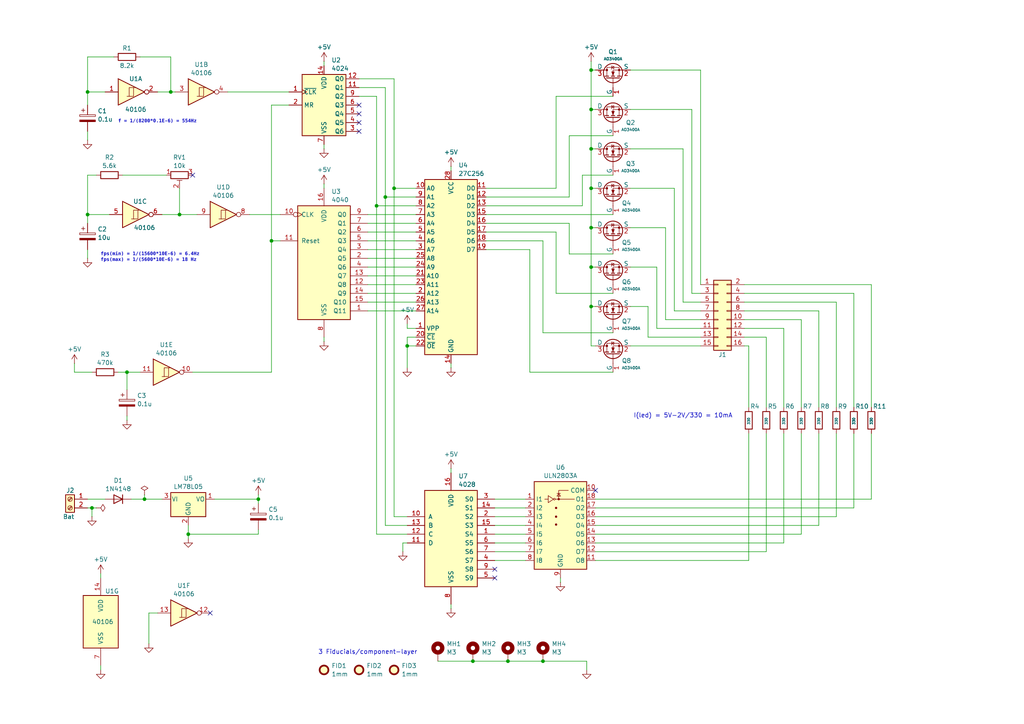
<source format=kicad_sch>
(kicad_sch (version 20250114) (generator "eeschema") (generator_version "9.0")
  (paper "A4")
  (title_block (title "Retro Imponator - Omega") (date "2026-02-27") (rev "1.0-pre") (company "Erik Brenn, 2026"))
  (lib_symbols
    (symbol "4xxx:40106" (pin_names (offset 1.016))
      (property "Reference" "U" (at 0 1.27 0))
      (property "Value" "40106" (at 0 -1.27 0))
      (symbol "40106_1_0"
        (pin input line (at -7.62 0 0) (length 3.81) (name "~") (number "1"))
        (pin output inverted (at 7.62 0 180) (length 3.81) (name "~") (number "2"))
      )
      (symbol "40106_2_0"
        (pin input line (at -7.62 0 0) (length 3.81) (name "~") (number "3"))
        (pin output inverted (at 7.62 0 180) (length 3.81) (name "~") (number "4"))
      )
      (symbol "40106_3_0"
        (pin input line (at -7.62 0 0) (length 3.81) (name "~") (number "5"))
        (pin output inverted (at 7.62 0 180) (length 3.81) (name "~") (number "6"))
      )
      (symbol "40106_4_0"
        (pin input line (at -7.62 0 0) (length 3.81) (name "~") (number "9"))
        (pin output inverted (at 7.62 0 180) (length 3.81) (name "~") (number "8"))
      )
      (symbol "40106_5_0"
        (pin input line (at -7.62 0 0) (length 3.81) (name "~") (number "11"))
        (pin output inverted (at 7.62 0 180) (length 3.81) (name "~") (number "10"))
      )
      (symbol "40106_6_0"
        (pin input line (at -7.62 0 0) (length 3.81) (name "~") (number "13"))
        (pin output inverted (at 7.62 0 180) (length 3.81) (name "~") (number "12"))
      )
      (symbol "40106_7_0"
        (pin power_in line (at 0 12.7 270) (length 5.08) (name "VDD") (number "14"))
        (pin power_in line (at 0 -12.7 90) (length 5.08) (name "VSS") (number "7"))
      )
    )
    (symbol "4xxx:4028" (pin_names (offset 1.016))
      (property "Reference" "U" (at -7.62 13.97 0))
      (property "Value" "4028" (at -7.62 -16.51 0))
      (symbol "4028_1_0"
        (pin input line (at -12.7 5.08 0) (length 5.08) (name "A") (number "10"))
        (pin input line (at -12.7 2.54 0) (length 5.08) (name "B") (number "13"))
        (pin input line (at -12.7 0 0) (length 5.08) (name "C") (number "12"))
        (pin input line (at -12.7 -2.54 0) (length 5.08) (name "D") (number "11"))
        (pin power_in line (at 0 17.78 270) (length 5.08) (name "VDD") (number "16"))
        (pin power_in line (at 0 -20.32 90) (length 5.08) (name "VSS") (number "8"))
        (pin output line (at 12.7 10.16 180) (length 5.08) (name "S0") (number "3"))
        (pin output line (at 12.7 7.62 180) (length 5.08) (name "S1") (number "14"))
        (pin output line (at 12.7 5.08 180) (length 5.08) (name "S2") (number "2"))
        (pin output line (at 12.7 2.54 180) (length 5.08) (name "S3") (number "15"))
        (pin output line (at 12.7 0 180) (length 5.08) (name "S4") (number "1"))
        (pin output line (at 12.7 -2.54 180) (length 5.08) (name "S5") (number "6"))
        (pin output line (at 12.7 -5.08 180) (length 5.08) (name "S6") (number "7"))
        (pin output line (at 12.7 -7.62 180) (length 5.08) (name "S7") (number "4"))
        (pin output line (at 12.7 -10.16 180) (length 5.08) (name "S8") (number "9"))
        (pin output line (at 12.7 -12.7 180) (length 5.08) (name "S9") (number "5"))
      )
    )
    (symbol "4xxx:4040" (pin_names (offset 1.016))
      (property "Reference" "U" (at -7.62 16.51 0))
      (property "Value" "4040" (at -7.62 -19.05 0))
      (symbol "4040_1_0"
        (pin input inverted_clock (at -12.7 12.7 0) (length 5.08) (name "CLK") (number "10"))
        (pin input line (at -12.7 5.08 0) (length 5.08) (name "Reset") (number "11"))
        (pin power_in line (at 0 20.32 270) (length 5.08) (name "VDD") (number "16"))
        (pin power_in line (at 0 -22.86 90) (length 5.08) (name "VSS") (number "8"))
        (pin output line (at 12.7 12.7 180) (length 5.08) (name "Q0") (number "9"))
        (pin output line (at 12.7 10.16 180) (length 5.08) (name "Q1") (number "7"))
        (pin output line (at 12.7 7.62 180) (length 5.08) (name "Q2") (number "6"))
        (pin output line (at 12.7 5.08 180) (length 5.08) (name "Q3") (number "5"))
        (pin output line (at 12.7 2.54 180) (length 5.08) (name "Q4") (number "3"))
        (pin output line (at 12.7 0 180) (length 5.08) (name "Q5") (number "2"))
        (pin output line (at 12.7 -2.54 180) (length 5.08) (name "Q6") (number "4"))
        (pin output line (at 12.7 -5.08 180) (length 5.08) (name "Q7") (number "13"))
        (pin output line (at 12.7 -7.62 180) (length 5.08) (name "Q8") (number "12"))
        (pin output line (at 12.7 -10.16 180) (length 5.08) (name "Q9") (number "14"))
        (pin output line (at 12.7 -12.7 180) (length 5.08) (name "Q10") (number "15"))
        (pin output line (at 12.7 -15.24 180) (length 5.08) (name "Q11") (number "1"))
      )
    )
    (symbol "4xxx_IEEE:4024"
      (property "Reference" "U" (at 5.08 11.43 0))
      (property "Value" "4024" (at 10.16 -10.16 0))
      (symbol "4024_0_0"
        (pin power_in line (at 0 12.7 270) (length 2.54) (name "VDD") (number "14"))
        (pin power_in line (at 0 -10.16 90) (length 2.54) (name "VSS") (number "7"))
      )
      (symbol "4024_1_1"
        (pin input clock (at -10.16 5.08 0) (length 3.81) (name "~{CLK}") (number "1"))
        (pin input line (at -10.16 1.27 0) (length 3.81) (name "MR") (number "2"))
        (pin output line (at 10.16 8.89 180) (length 3.81) (name "Q0") (number "12"))
        (pin output line (at 10.16 6.35 180) (length 3.81) (name "Q1") (number "11"))
        (pin output line (at 10.16 3.81 180) (length 3.81) (name "Q2") (number "9"))
        (pin output line (at 10.16 1.27 180) (length 3.81) (name "Q3") (number "6"))
        (pin output line (at 10.16 -1.27 180) (length 3.81) (name "Q4") (number "5"))
        (pin output line (at 10.16 -3.81 180) (length 3.81) (name "Q5") (number "4"))
        (pin output line (at 10.16 -6.35 180) (length 3.81) (name "Q6") (number "3"))
      )
    )
    (symbol "Connector:Screw_Terminal_01x02" (pin_names (offset 1.016) (hide yes))
      (property "Reference" "J" (at 0 2.54 0))
      (property "Value" "Screw_Terminal_01x02" (at 0 -5.08 0))
      (symbol "Screw_Terminal_01x02_1_1"
        (pin passive line (at -5.08 0 0) (length 3.81) (name "Pin_1") (number "1"))
        (pin passive line (at -5.08 -2.54 0) (length 3.81) (name "Pin_2") (number "2"))
      )
    )
    (symbol "Connector_Generic:Conn_02x08_Odd_Even" (pin_names (offset 1.016) (hide yes))
      (property "Reference" "J" (at 1.27 10.16 0))
      (property "Value" "Conn_02x08_Odd_Even" (at 1.27 -12.7 0))
      (symbol "Conn_02x08_Odd_Even_1_1"
        (pin passive line (at -5.08 7.62 0) (length 3.81) (name "Pin_1") (number "1"))
        (pin passive line (at -5.08 5.08 0) (length 3.81) (name "Pin_3") (number "3"))
        (pin passive line (at -5.08 2.54 0) (length 3.81) (name "Pin_5") (number "5"))
        (pin passive line (at -5.08 0 0) (length 3.81) (name "Pin_7") (number "7"))
        (pin passive line (at -5.08 -2.54 0) (length 3.81) (name "Pin_9") (number "9"))
        (pin passive line (at -5.08 -5.08 0) (length 3.81) (name "Pin_11") (number "11"))
        (pin passive line (at -5.08 -7.62 0) (length 3.81) (name "Pin_13") (number "13"))
        (pin passive line (at -5.08 -10.16 0) (length 3.81) (name "Pin_15") (number "15"))
        (pin passive line (at 7.62 7.62 180) (length 3.81) (name "Pin_2") (number "2"))
        (pin passive line (at 7.62 5.08 180) (length 3.81) (name "Pin_4") (number "4"))
        (pin passive line (at 7.62 2.54 180) (length 3.81) (name "Pin_6") (number "6"))
        (pin passive line (at 7.62 0 180) (length 3.81) (name "Pin_8") (number "8"))
        (pin passive line (at 7.62 -2.54 180) (length 3.81) (name "Pin_10") (number "10"))
        (pin passive line (at 7.62 -5.08 180) (length 3.81) (name "Pin_12") (number "12"))
        (pin passive line (at 7.62 -7.62 180) (length 3.81) (name "Pin_14") (number "14"))
        (pin passive line (at 7.62 -10.16 180) (length 3.81) (name "Pin_16") (number "16"))
      )
    )
    (symbol "Device:C_Polarized" (pin_numbers (hide yes)) (pin_names (offset 0.254))
      (property "Reference" "C" (at 0.635 2.54 0))
      (property "Value" "C_Polarized" (at 0.635 -2.54 0))
      (symbol "C_Polarized_1_1"
        (pin passive line (at 0 3.81 270) (length 2.794) (name "~") (number "1"))
        (pin passive line (at 0 -3.81 90) (length 2.794) (name "~") (number "2"))
      )
    )
    (symbol "Device:R" (pin_numbers (hide yes)) (pin_names (offset 0))
      (property "Reference" "R" (at 2.032 0 90))
      (property "Value" "R" (at 0 0 90))
      (symbol "R_1_1"
        (pin passive line (at 0 3.81 270) (length 1.27) (name "~") (number "1"))
        (pin passive line (at 0 -3.81 90) (length 1.27) (name "~") (number "2"))
      )
    )
    (symbol "Device:R_Potentiometer_Trim" (pin_names (offset 1.016) (hide yes))
      (property "Reference" "RV" (at -4.445 0 90))
      (property "Value" "R_Potentiometer_Trim" (at -2.54 0 90))
      (symbol "R_Potentiometer_Trim_1_1"
        (pin passive line (at 0 3.81 270) (length 1.27) (name "1") (number "1"))
        (pin passive line (at 0 -3.81 90) (length 1.27) (name "3") (number "3"))
        (pin passive line (at 3.81 0 180) (length 1.27) (name "2") (number "2"))
      )
    )
    (symbol "Diode:1N4148" (pin_numbers (hide yes)) (pin_names (hide yes))
      (property "Reference" "D" (at 0 2.54 0))
      (property "Value" "1N4148" (at 0 -2.54 0))
      (symbol "1N4148_1_1"
        (pin passive line (at -3.81 0 0) (length 2.54) (name "K") (number "1"))
        (pin passive line (at 3.81 0 180) (length 2.54) (name "A") (number "2"))
      )
    )
    (symbol "Mechanical:Fiducial" (in_bom no)
      (property "Reference" "FID" (at 0 5.08 0))
      (property "Value" "Fiducial" (at 0 3.175 0))
    )
    (symbol "Mechanical:MountingHole_Pad" (pin_numbers (hide yes)) (pin_names (offset 1.016) (hide yes)) (in_bom no)
      (property "Reference" "H" (at 0 6.35 0))
      (property "Value" "MountingHole_Pad" (at 0 4.445 0))
      (symbol "MountingHole_Pad_1_1"
        (pin input line (at 0 -2.54 90) (length 2.54) (name "1") (number "1"))
      )
    )
    (symbol "Memory_EPROM:27C256"
      (property "Reference" "U" (at -7.62 26.67 0))
      (property "Value" "27C256" (at 2.54 -26.67 0))
      (symbol "27C256_1_1"
        (pin input line (at -10.16 22.86 0) (length 2.54) (name "A0") (number "10"))
        (pin input line (at -10.16 20.32 0) (length 2.54) (name "A1") (number "9"))
        (pin input line (at -10.16 17.78 0) (length 2.54) (name "A2") (number "8"))
        (pin input line (at -10.16 15.24 0) (length 2.54) (name "A3") (number "7"))
        (pin input line (at -10.16 12.7 0) (length 2.54) (name "A4") (number "6"))
        (pin input line (at -10.16 10.16 0) (length 2.54) (name "A5") (number "5"))
        (pin input line (at -10.16 7.62 0) (length 2.54) (name "A6") (number "4"))
        (pin input line (at -10.16 5.08 0) (length 2.54) (name "A7") (number "3"))
        (pin input line (at -10.16 2.54 0) (length 2.54) (name "A8") (number "25"))
        (pin input line (at -10.16 0 0) (length 2.54) (name "A9") (number "24"))
        (pin input line (at -10.16 -2.54 0) (length 2.54) (name "A10") (number "21"))
        (pin input line (at -10.16 -5.08 0) (length 2.54) (name "A11") (number "23"))
        (pin input line (at -10.16 -7.62 0) (length 2.54) (name "A12") (number "2"))
        (pin input line (at -10.16 -10.16 0) (length 2.54) (name "A13") (number "26"))
        (pin input line (at -10.16 -12.7 0) (length 2.54) (name "A14") (number "27"))
        (pin input line (at -10.16 -17.78 0) (length 2.54) (name "VPP") (number "1"))
        (pin input line (at -10.16 -20.32 0) (length 2.54) (name "~{CE}") (number "20"))
        (pin input line (at -10.16 -22.86 0) (length 2.54) (name "~{OE}") (number "22"))
        (pin power_in line (at 0 27.94 270) (length 2.54) (name "VCC") (number "28"))
        (pin power_in line (at 0 -27.94 90) (length 2.54) (name "GND") (number "14"))
        (pin tri_state line (at 10.16 22.86 180) (length 2.54) (name "D0") (number "11"))
        (pin tri_state line (at 10.16 20.32 180) (length 2.54) (name "D1") (number "12"))
        (pin tri_state line (at 10.16 17.78 180) (length 2.54) (name "D2") (number "13"))
        (pin tri_state line (at 10.16 15.24 180) (length 2.54) (name "D3") (number "15"))
        (pin tri_state line (at 10.16 12.7 180) (length 2.54) (name "D4") (number "16"))
        (pin tri_state line (at 10.16 10.16 180) (length 2.54) (name "D5") (number "17"))
        (pin tri_state line (at 10.16 7.62 180) (length 2.54) (name "D6") (number "18"))
        (pin tri_state line (at 10.16 5.08 180) (length 2.54) (name "D7") (number "19"))
      )
    )
    (symbol "PCM_JLCPCB-Transistors:NMOS,AO3400A" (pin_names (offset 0))
      (property "Reference" "Q" (at 4.8514 0.834 0))
      (property "Value" "AO3400A" (at 4.8514 -1.2122 0))
      (symbol "NMOS,AO3400A_1_1"
        (pin input line (at -5.08 0 0) (length 2.54) (name "G") (number "1"))
        (pin passive line (at 2.54 5.08 270) (length 2.54) (name "D") (number "3"))
        (pin passive line (at 2.54 -5.08 90) (length 2.54) (name "S") (number "2"))
      )
    )
    (symbol "Regulator_Linear:LM78L05_TO92" (pin_names (offset 0.254))
      (property "Reference" "U" (at -3.81 3.175 0))
      (property "Value" "LM78L05_TO92" (at 0 3.175 0))
      (symbol "LM78L05_TO92_1_1"
        (pin power_in line (at -7.62 0 0) (length 2.54) (name "VI") (number "3"))
        (pin power_in line (at 0 -7.62 90) (length 2.54) (name "GND") (number "2"))
        (pin power_out line (at 7.62 0 180) (length 2.54) (name "VO") (number "1"))
      )
    )
    (symbol "Transistor_Array:ULN2803A"
      (property "Reference" "U" (at 0 13.335 0))
      (property "Value" "ULN2803A" (at 0 11.43 0))
      (symbol "ULN2803A_1_1"
        (pin input line (at -10.16 5.08 0) (length 2.54) (name "I1") (number "1"))
        (pin input line (at -10.16 2.54 0) (length 2.54) (name "I2") (number "2"))
        (pin input line (at -10.16 0 0) (length 2.54) (name "I3") (number "3"))
        (pin input line (at -10.16 -2.54 0) (length 2.54) (name "I4") (number "4"))
        (pin input line (at -10.16 -5.08 0) (length 2.54) (name "I5") (number "5"))
        (pin input line (at -10.16 -7.62 0) (length 2.54) (name "I6") (number "6"))
        (pin input line (at -10.16 -10.16 0) (length 2.54) (name "I7") (number "7"))
        (pin input line (at -10.16 -12.7 0) (length 2.54) (name "I8") (number "8"))
        (pin power_in line (at 0 -17.78 90) (length 2.54) (name "GND") (number "9"))
        (pin passive line (at 10.16 7.62 180) (length 2.54) (name "COM") (number "10"))
        (pin open_collector line (at 10.16 5.08 180) (length 2.54) (name "O1") (number "18"))
        (pin open_collector line (at 10.16 2.54 180) (length 2.54) (name "O2") (number "17"))
        (pin open_collector line (at 10.16 0 180) (length 2.54) (name "O3") (number "16"))
        (pin open_collector line (at 10.16 -2.54 180) (length 2.54) (name "O4") (number "15"))
        (pin open_collector line (at 10.16 -5.08 180) (length 2.54) (name "O5") (number "14"))
        (pin open_collector line (at 10.16 -7.62 180) (length 2.54) (name "O6") (number "13"))
        (pin open_collector line (at 10.16 -10.16 180) (length 2.54) (name "O7") (number "12"))
        (pin open_collector line (at 10.16 -12.7 180) (length 2.54) (name "O8") (number "11"))
      )
    )
    (symbol "power:+5V" (power) (pin_numbers (hide yes)) (pin_names (offset 0) (hide yes))
      (property "Value" "+5V" (at 0 3.556 0))
      (symbol "+5V_1_1"
        (pin power_in line (at 0 0 90) (length 0) (name "~") (number "1"))
      )
    )
    (symbol "power:GND" (power) (pin_numbers (hide yes)) (pin_names (offset 0) (hide yes))
      (property "Value" "GND" (at 0 -3.81 0))
      (symbol "GND_1_1"
        (pin power_in line (at 0 0 270) (length 0) (name "~") (number "1"))
      )
    )
    (symbol "power:PWR_FLAG" (power) (pin_numbers (hide yes)) (pin_names (offset 0) (hide yes))
      (property "Value" "PWR_FLAG" (at 0 3.81 0))
      (symbol "PWR_FLAG_0_0"
        (pin power_out line (at 0 0 90) (length 0) (name "~") (number "1"))
      )
    )
  )
  (text "fps(min) = 1/(15600*10E-6) = 6.4Hz\nfps(max) = 1/(5600*10E-6) = 18 Hz\n" (at 29.21 74.93 0) (effects (font (size 1 1) (bold yes)) (justify left)))
  (text "I(led) = 5V-2V/330 = 10mA" (at 198.12 120.65 0) (effects (font (size 1.27 1.27))))
  (text "3 Fiducials/component-layer" (at 106.68 189.23 0) (effects (font (size 1.27 1.27))))
  (text "f = 1/(8200*0.1E-6) = 554Hz" (at 34.29 35.56 0) (effects (font (size 1 1) (bold yes)) (justify left)))
  (junction (at 114.3 54.61))
  (junction (at 36.83 107.95))
  (junction (at 111.76 57.15))
  (junction (at 74.93 144.78))
  (junction (at 147.32 191.77))
  (junction (at 25.4 62.23))
  (junction (at 41.91 144.78))
  (junction (at 171.45 31.75))
  (junction (at 54.61 154.94))
  (junction (at 118.11 100.33))
  (junction (at 109.22 59.69))
  (junction (at 171.45 88.9))
  (junction (at 171.45 54.61))
  (junction (at 171.45 43.18))
  (junction (at 25.4 26.67))
  (junction (at 52.07 62.23))
  (junction (at 137.16 191.77))
  (junction (at 49.53 26.67))
  (junction (at 171.45 66.04))
  (junction (at 157.48 191.77))
  (junction (at 26.67 147.32))
  (junction (at 171.45 77.47))
  (junction (at 171.45 20.32))
  (junction (at 78.74 69.85))
  (no_connect (at 143.51 165.1))
  (no_connect (at 104.14 30.48))
  (no_connect (at 143.51 167.64))
  (no_connect (at 172.72 142.24))
  (no_connect (at 104.14 33.02))
  (no_connect (at 104.14 38.1))
  (no_connect (at 55.88 50.8))
  (no_connect (at 104.14 35.56))
  (no_connect (at 60.96 177.8))
  (wire (pts (xy 111.76 57.15) (xy 120.65 57.15)))
  (wire (pts (xy 171.45 77.47) (xy 172.72 77.47)))
  (wire (pts (xy 200.66 31.75) (xy 200.66 85.09)))
  (wire (pts (xy 54.61 154.94) (xy 74.93 154.94)))
  (wire (pts (xy 114.3 54.61) (xy 120.65 54.61)))
  (wire (pts (xy 143.51 157.48) (xy 152.4 157.48)))
  (wire (pts (xy 130.81 135.89) (xy 130.81 137.16)))
  (wire (pts (xy 106.68 72.39) (xy 120.65 72.39)))
  (wire (pts (xy 171.45 100.33) (xy 172.72 100.33)))
  (wire (pts (xy 143.51 144.78) (xy 152.4 144.78)))
  (wire (pts (xy 66.04 26.67) (xy 83.82 26.67)))
  (wire (pts (xy 118.11 100.33) (xy 118.11 106.68)))
  (wire (pts (xy 36.83 120.65) (xy 36.83 121.92)))
  (wire (pts (xy 130.81 48.26) (xy 130.81 49.53)))
  (wire (pts (xy 157.48 191.77) (xy 170.18 191.77)))
  (wire (pts (xy 237.49 125.73) (xy 237.49 152.4)))
  (wire (pts (xy 49.53 26.67) (xy 50.8 26.67)))
  (wire (pts (xy 41.91 143.51) (xy 41.91 144.78)))
  (wire (pts (xy 182.88 20.32) (xy 203.2 20.32)))
  (wire (pts (xy 93.98 53.34) (xy 93.98 54.61)))
  (wire (pts (xy 215.9 87.63) (xy 242.57 87.63)))
  (wire (pts (xy 182.88 100.33) (xy 203.2 100.33)))
  (wire (pts (xy 143.51 162.56) (xy 152.4 162.56)))
  (wire (pts (xy 171.45 20.32) (xy 172.72 20.32)))
  (wire (pts (xy 182.88 54.61) (xy 195.58 54.61)))
  (wire (pts (xy 198.12 43.18) (xy 198.12 87.63)))
  (wire (pts (xy 252.73 125.73) (xy 252.73 144.78)))
  (wire (pts (xy 118.11 97.79) (xy 118.11 100.33)))
  (wire (pts (xy 217.17 100.33) (xy 217.17 118.11)))
  (wire (pts (xy 187.96 88.9) (xy 187.96 97.79)))
  (wire (pts (xy 130.81 175.26) (xy 130.81 176.53)))
  (wire (pts (xy 46.99 62.23) (xy 52.07 62.23)))
  (wire (pts (xy 215.9 95.25) (xy 227.33 95.25)))
  (wire (pts (xy 195.58 54.61) (xy 195.58 90.17)))
  (wire (pts (xy 190.5 95.25) (xy 203.2 95.25)))
  (wire (pts (xy 109.22 59.69) (xy 109.22 154.94)))
  (wire (pts (xy 109.22 27.94) (xy 109.22 59.69)))
  (wire (pts (xy 74.93 153.67) (xy 74.93 154.94)))
  (wire (pts (xy 74.93 143.51) (xy 74.93 144.78)))
  (wire (pts (xy 106.68 64.77) (xy 120.65 64.77)))
  (wire (pts (xy 93.98 41.91) (xy 93.98 43.18)))
  (wire (pts (xy 147.32 191.77) (xy 157.48 191.77)))
  (wire (pts (xy 247.65 125.73) (xy 247.65 147.32)))
  (wire (pts (xy 215.9 97.79) (xy 222.25 97.79)))
  (wire (pts (xy 157.48 69.85) (xy 140.97 69.85)))
  (wire (pts (xy 171.45 43.18) (xy 171.45 54.61)))
  (wire (pts (xy 137.16 191.77) (xy 147.32 191.77)))
  (wire (pts (xy 182.88 31.75) (xy 200.66 31.75)))
  (wire (pts (xy 143.51 149.86) (xy 152.4 149.86)))
  (wire (pts (xy 26.67 147.32) (xy 27.94 147.32)))
  (wire (pts (xy 143.51 160.02) (xy 152.4 160.02)))
  (wire (pts (xy 182.88 43.18) (xy 198.12 43.18)))
  (wire (pts (xy 222.25 125.73) (xy 222.25 160.02)))
  (wire (pts (xy 171.45 88.9) (xy 172.72 88.9)))
  (wire (pts (xy 161.29 67.31) (xy 161.29 85.09)))
  (wire (pts (xy 215.9 100.33) (xy 217.17 100.33)))
  (wire (pts (xy 111.76 152.4) (xy 118.11 152.4)))
  (wire (pts (xy 140.97 62.23) (xy 177.8 62.23)))
  (wire (pts (xy 171.45 31.75) (xy 172.72 31.75)))
  (wire (pts (xy 195.58 90.17) (xy 203.2 90.17)))
  (wire (pts (xy 247.65 85.09) (xy 247.65 118.11)))
  (wire (pts (xy 104.14 22.86) (xy 114.3 22.86)))
  (wire (pts (xy 116.84 157.48) (xy 118.11 157.48)))
  (wire (pts (xy 171.45 77.47) (xy 171.45 88.9)))
  (wire (pts (xy 109.22 59.69) (xy 120.65 59.69)))
  (wire (pts (xy 54.61 154.94) (xy 54.61 156.21)))
  (wire (pts (xy 171.45 66.04) (xy 172.72 66.04)))
  (wire (pts (xy 114.3 22.86) (xy 114.3 54.61)))
  (wire (pts (xy 93.98 17.78) (xy 93.98 19.05)))
  (wire (pts (xy 140.97 72.39) (xy 153.67 72.39)))
  (wire (pts (xy 78.74 30.48) (xy 83.82 30.48)))
  (wire (pts (xy 161.29 27.94) (xy 161.29 54.61)))
  (wire (pts (xy 172.72 147.32) (xy 247.65 147.32)))
  (wire (pts (xy 162.56 167.64) (xy 162.56 168.91)))
  (wire (pts (xy 171.45 43.18) (xy 172.72 43.18)))
  (wire (pts (xy 111.76 25.4) (xy 111.76 57.15)))
  (wire (pts (xy 161.29 85.09) (xy 177.8 85.09)))
  (wire (pts (xy 187.96 97.79) (xy 203.2 97.79)))
  (wire (pts (xy 106.68 87.63) (xy 120.65 87.63)))
  (wire (pts (xy 29.21 193.04) (xy 29.21 194.31)))
  (wire (pts (xy 25.4 72.39) (xy 25.4 74.93)))
  (wire (pts (xy 193.04 92.71) (xy 203.2 92.71)))
  (wire (pts (xy 130.81 105.41) (xy 130.81 106.68)))
  (wire (pts (xy 93.98 97.79) (xy 93.98 99.06)))
  (wire (pts (xy 127 191.77) (xy 137.16 191.77)))
  (wire (pts (xy 203.2 20.32) (xy 203.2 82.55)))
  (wire (pts (xy 111.76 57.15) (xy 111.76 152.4)))
  (wire (pts (xy 232.41 125.73) (xy 232.41 154.94)))
  (wire (pts (xy 168.91 50.8) (xy 168.91 59.69)))
  (wire (pts (xy 55.88 107.95) (xy 78.74 107.95)))
  (wire (pts (xy 106.68 80.01) (xy 120.65 80.01)))
  (wire (pts (xy 25.4 144.78) (xy 30.48 144.78)))
  (wire (pts (xy 54.61 152.4) (xy 54.61 154.94)))
  (wire (pts (xy 190.5 77.47) (xy 190.5 95.25)))
  (wire (pts (xy 106.68 85.09) (xy 120.65 85.09)))
  (wire (pts (xy 118.11 97.79) (xy 120.65 97.79)))
  (wire (pts (xy 165.1 64.77) (xy 165.1 73.66)))
  (wire (pts (xy 165.1 73.66) (xy 177.8 73.66)))
  (wire (pts (xy 140.97 64.77) (xy 165.1 64.77)))
  (wire (pts (xy 74.93 144.78) (xy 74.93 146.05)))
  (wire (pts (xy 193.04 66.04) (xy 193.04 92.71)))
  (wire (pts (xy 153.67 72.39) (xy 153.67 107.95)))
  (wire (pts (xy 25.4 62.23) (xy 31.75 62.23)))
  (wire (pts (xy 106.68 74.93) (xy 120.65 74.93)))
  (wire (pts (xy 52.07 54.61) (xy 52.07 62.23)))
  (wire (pts (xy 171.45 54.61) (xy 172.72 54.61)))
  (wire (pts (xy 182.88 77.47) (xy 190.5 77.47)))
  (wire (pts (xy 62.23 144.78) (xy 74.93 144.78)))
  (wire (pts (xy 78.74 69.85) (xy 78.74 107.95)))
  (wire (pts (xy 118.11 95.25) (xy 120.65 95.25)))
  (wire (pts (xy 36.83 107.95) (xy 36.83 113.03)))
  (wire (pts (xy 109.22 154.94) (xy 118.11 154.94)))
  (wire (pts (xy 161.29 27.94) (xy 177.8 27.94)))
  (wire (pts (xy 172.72 157.48) (xy 227.33 157.48)))
  (wire (pts (xy 118.11 93.98) (xy 118.11 95.25)))
  (wire (pts (xy 171.45 66.04) (xy 171.45 77.47)))
  (wire (pts (xy 157.48 69.85) (xy 157.48 96.52)))
  (wire (pts (xy 25.4 147.32) (xy 26.67 147.32)))
  (wire (pts (xy 25.4 50.8) (xy 25.4 62.23)))
  (wire (pts (xy 25.4 50.8) (xy 27.94 50.8)))
  (wire (pts (xy 227.33 125.73) (xy 227.33 157.48)))
  (wire (pts (xy 171.45 20.32) (xy 171.45 31.75)))
  (wire (pts (xy 35.56 50.8) (xy 48.26 50.8)))
  (wire (pts (xy 215.9 82.55) (xy 252.73 82.55)))
  (wire (pts (xy 215.9 85.09) (xy 247.65 85.09)))
  (wire (pts (xy 26.67 147.32) (xy 26.67 149.86)))
  (wire (pts (xy 215.9 90.17) (xy 237.49 90.17)))
  (wire (pts (xy 104.14 25.4) (xy 111.76 25.4)))
  (wire (pts (xy 232.41 92.71) (xy 232.41 118.11)))
  (wire (pts (xy 106.68 77.47) (xy 120.65 77.47)))
  (wire (pts (xy 36.83 107.95) (xy 40.64 107.95)))
  (wire (pts (xy 78.74 30.48) (xy 78.74 69.85)))
  (wire (pts (xy 143.51 152.4) (xy 152.4 152.4)))
  (wire (pts (xy 168.91 50.8) (xy 177.8 50.8)))
  (wire (pts (xy 40.64 16.51) (xy 49.53 16.51)))
  (wire (pts (xy 171.45 31.75) (xy 171.45 43.18)))
  (wire (pts (xy 170.18 191.77) (xy 170.18 194.31)))
  (wire (pts (xy 116.84 157.48) (xy 116.84 160.02)))
  (wire (pts (xy 106.68 82.55) (xy 120.65 82.55)))
  (wire (pts (xy 242.57 125.73) (xy 242.57 149.86)))
  (wire (pts (xy 157.48 96.52) (xy 177.8 96.52)))
  (wire (pts (xy 171.45 17.78) (xy 171.45 20.32)))
  (wire (pts (xy 237.49 90.17) (xy 237.49 118.11)))
  (wire (pts (xy 34.29 107.95) (xy 36.83 107.95)))
  (wire (pts (xy 222.25 97.79) (xy 222.25 118.11)))
  (wire (pts (xy 118.11 100.33) (xy 120.65 100.33)))
  (wire (pts (xy 41.91 144.78) (xy 46.99 144.78)))
  (wire (pts (xy 172.72 144.78) (xy 252.73 144.78)))
  (wire (pts (xy 106.68 67.31) (xy 120.65 67.31)))
  (wire (pts (xy 104.14 27.94) (xy 109.22 27.94)))
  (wire (pts (xy 171.45 88.9) (xy 171.45 100.33)))
  (wire (pts (xy 172.72 162.56) (xy 217.17 162.56)))
  (wire (pts (xy 25.4 26.67) (xy 25.4 30.48)))
  (wire (pts (xy 25.4 16.51) (xy 33.02 16.51)))
  (wire (pts (xy 25.4 16.51) (xy 25.4 26.67)))
  (wire (pts (xy 25.4 62.23) (xy 25.4 64.77)))
  (wire (pts (xy 43.18 177.8) (xy 43.18 186.69)))
  (wire (pts (xy 172.72 154.94) (xy 232.41 154.94)))
  (wire (pts (xy 78.74 69.85) (xy 81.28 69.85)))
  (wire (pts (xy 106.68 90.17) (xy 120.65 90.17)))
  (wire (pts (xy 21.59 105.41) (xy 21.59 107.95)))
  (wire (pts (xy 49.53 16.51) (xy 49.53 26.67)))
  (wire (pts (xy 242.57 87.63) (xy 242.57 118.11)))
  (wire (pts (xy 106.68 69.85) (xy 120.65 69.85)))
  (wire (pts (xy 45.72 26.67) (xy 49.53 26.67)))
  (wire (pts (xy 165.1 39.37) (xy 177.8 39.37)))
  (wire (pts (xy 200.66 85.09) (xy 203.2 85.09)))
  (wire (pts (xy 153.67 107.95) (xy 177.8 107.95)))
  (wire (pts (xy 165.1 39.37) (xy 165.1 57.15)))
  (wire (pts (xy 72.39 62.23) (xy 81.28 62.23)))
  (wire (pts (xy 140.97 59.69) (xy 168.91 59.69)))
  (wire (pts (xy 114.3 54.61) (xy 114.3 149.86)))
  (wire (pts (xy 140.97 54.61) (xy 161.29 54.61)))
  (wire (pts (xy 43.18 177.8) (xy 45.72 177.8)))
  (wire (pts (xy 172.72 152.4) (xy 237.49 152.4)))
  (wire (pts (xy 25.4 26.67) (xy 30.48 26.67)))
  (wire (pts (xy 21.59 107.95) (xy 26.67 107.95)))
  (wire (pts (xy 143.51 154.94) (xy 152.4 154.94)))
  (wire (pts (xy 227.33 95.25) (xy 227.33 118.11)))
  (wire (pts (xy 217.17 125.73) (xy 217.17 162.56)))
  (wire (pts (xy 171.45 54.61) (xy 171.45 66.04)))
  (wire (pts (xy 52.07 62.23) (xy 57.15 62.23)))
  (wire (pts (xy 172.72 149.86) (xy 242.57 149.86)))
  (wire (pts (xy 114.3 149.86) (xy 118.11 149.86)))
  (wire (pts (xy 38.1 144.78) (xy 41.91 144.78)))
  (wire (pts (xy 182.88 66.04) (xy 193.04 66.04)))
  (wire (pts (xy 29.21 166.37) (xy 29.21 167.64)))
  (wire (pts (xy 25.4 38.1) (xy 25.4 40.64)))
  (wire (pts (xy 182.88 88.9) (xy 187.96 88.9)))
  (wire (pts (xy 215.9 92.71) (xy 232.41 92.71)))
  (wire (pts (xy 143.51 147.32) (xy 152.4 147.32)))
  (wire (pts (xy 198.12 87.63) (xy 203.2 87.63)))
  (wire (pts (xy 140.97 67.31) (xy 161.29 67.31)))
  (wire (pts (xy 140.97 57.15) (xy 165.1 57.15)))
  (wire (pts (xy 106.68 62.23) (xy 120.65 62.23)))
  (wire (pts (xy 172.72 160.02) (xy 222.25 160.02)))
  (wire (pts (xy 252.73 82.55) (xy 252.73 118.11)))
  (symbol (lib_id "power:GND") (at 162.56 168.91 0) (unit 1)
    (property "Reference" "#PWR020" (effects (hide yes)))
    (property "Value" "GND" (effects (hide yes)))
    (property "Description" "Power symbol creates a global label with name \"GND\" , ground" (effects (hide yes)))
  )
  (symbol (lib_id "Device:R") (at 232.41 121.92 180) (unit 1)
    (property "Reference" "R7" (at 232.8426 117.8518 0) (effects (justify right)))
    (property "Value" "330" (at 232.41 123.19 90) (effects (font (size 0.7 0.7)) (justify right)))
    (property "Footprint" "Resistor_THT:R_Axial_DIN0207_L6.3mm_D2.5mm_P10.16mm_Horizontal" (effects (hide yes)))
    (property "Description" "Resistor" (effects (hide yes)))
  )
  (symbol (lib_id "power:GND") (at 116.84 160.02 0) (unit 1)
    (property "Reference" "#PWR018" (effects (hide yes)))
    (property "Value" "GND" (effects (hide yes)))
    (property "Description" "Power symbol creates a global label with name \"GND\" , ground" (effects (hide yes)))
  )
  (symbol (lib_id "PCM_JLCPCB-Transistors:NMOS,AO3400A") (at 177.8 91.44 90) (unit 1)
    (property "Reference" "Q7" (at 180.34 93.2038 90) (effects (justify right)))
    (property "Value" "AO3400A" (at 180.34 95.25 90) (effects (font (size 0.8 0.8)) (justify right)))
    (property "Footprint" "Package_TO_SOT_THT:TO-92" (effects (hide yes)))
    (property "Datasheet" "https://www.lcsc.com/datasheet/lcsc_datasheet_1811081213_Alpha---Omega-Semicon-AO3400A_C20917.pdf" (effects (hide yes)))
    (property "Description" "30V 5.7A 26.5mΩ@10V,5.7A 1.4W 1.5V@250uA 1 N-Channel SOT-23-3L MOSFETs ROHS" (effects (hide yes)))
    (property "LCSC" "C20917" (effects (hide yes)))
    (property "Stock" "463122" (effects (hide yes)))
    (property "Price" "0.074USD" (effects (hide yes)))
    (property "Process" "SMT" (effects (hide yes)))
    (property "Minimum Qty" "5" (effects (hide yes)))
    (property "Attrition Qty" "4" (effects (hide yes)))
    (property "Class" "Basic Component" (effects (hide yes)))
    (property "Category" "Transistors,MOSFETs" (effects (hide yes)))
    (property "Manufacturer" "Alpha & Omega Semicon" (effects (hide yes)))
    (property "Part" "AO3400A" (effects (hide yes)))
    (property "Continuous Drain Current (Id)" "5.7A" (effects (hide yes)))
    (property "Input Capacitance (Ciss@Vds)" "630pF@15V" (effects (hide yes)))
    (property "Operating Temperature" "-55°C~+150°C@(Tj)" (effects (hide yes)))
    (property "Type" "1 N-channel" (effects (hide yes)))
    (property "Drain Source Voltage (Vdss)" "30V" (effects (hide yes)))
    (property "Power Dissipation (Pd)" "1.4W" (effects (hide yes)))
    (property "Gate Threshold Voltage (Vgs(th)@Id)" "1.5V@250uA" (effects (hide yes)))
    (property "Drain Source On Resistance (RDS(on)@Vgs,Id)" "26.5mΩ@10V,5.7A" (effects (hide yes)))
    (property "Total Gate Charge (Qg@Vgs)" "7nC@4.5V" (effects (hide yes)))
  )
  (symbol (lib_id "Device:R") (at 227.33 121.92 180) (unit 1)
    (property "Reference" "R6" (at 227.7626 117.8518 0) (effects (justify right)))
    (property "Value" "330" (at 227.33 123.19 90) (effects (font (size 0.7 0.7)) (justify right)))
    (property "Footprint" "Resistor_THT:R_Axial_DIN0207_L6.3mm_D2.5mm_P10.16mm_Horizontal" (effects (hide yes)))
    (property "Description" "Resistor" (effects (hide yes)))
  )
  (symbol (lib_id "power:+5V") (at 118.11 93.98 0) (unit 1)
    (property "Reference" "#PWR08" (effects (hide yes)))
    (property "Value" "+5V" (at 118.11 89.8469 0))
    (property "Description" "Power symbol creates a global label with name \"+5V\"" (effects (hide yes)))
  )
  (symbol (lib_id "Device:R") (at 30.48 107.95 90) (unit 1)
    (property "Reference" "R3" (at 30.48 102.7895 90))
    (property "Value" "470k" (at 30.48 105.2138 90))
    (property "Footprint" "Resistor_THT:R_Axial_DIN0207_L6.3mm_D2.5mm_P10.16mm_Horizontal" (effects (hide yes)))
    (property "Description" "Resistor" (effects (hide yes)))
  )
  (symbol (lib_id "Memory_EPROM:27C256") (at 130.81 77.47 0) (unit 1)
    (property "Reference" "U4" (at 132.9533 47.9255 0) (effects (justify left)))
    (property "Value" "27C256" (at 132.9533 50.3498 0) (effects (justify left)))
    (property "Footprint" "Package_DIP:DIP-28_W15.24mm" (effects (hide yes)))
    (property "Datasheet" "http://ww1.microchip.com/downloads/en/DeviceDoc/doc0014.pdf" (effects (hide yes)))
    (property "Description" "OTP EPROM 256 KiBit" (effects (hide yes)))
  )
  (symbol (lib_id "PCM_JLCPCB-Transistors:NMOS,AO3400A") (at 177.8 102.87 90) (unit 1)
    (property "Reference" "Q8" (at 180.34 104.6338 90) (effects (justify right)))
    (property "Value" "AO3400A" (at 180.34 106.68 90) (effects (font (size 0.8 0.8)) (justify right)))
    (property "Footprint" "Package_TO_SOT_THT:TO-92" (effects (hide yes)))
    (property "Datasheet" "https://www.lcsc.com/datasheet/lcsc_datasheet_1811081213_Alpha---Omega-Semicon-AO3400A_C20917.pdf" (effects (hide yes)))
    (property "Description" "30V 5.7A 26.5mΩ@10V,5.7A 1.4W 1.5V@250uA 1 N-Channel SOT-23-3L MOSFETs ROHS" (effects (hide yes)))
    (property "LCSC" "C20917" (effects (hide yes)))
    (property "Stock" "463122" (effects (hide yes)))
    (property "Price" "0.074USD" (effects (hide yes)))
    (property "Process" "SMT" (effects (hide yes)))
    (property "Minimum Qty" "5" (effects (hide yes)))
    (property "Attrition Qty" "4" (effects (hide yes)))
    (property "Class" "Basic Component" (effects (hide yes)))
    (property "Category" "Transistors,MOSFETs" (effects (hide yes)))
    (property "Manufacturer" "Alpha & Omega Semicon" (effects (hide yes)))
    (property "Part" "AO3400A" (effects (hide yes)))
    (property "Continuous Drain Current (Id)" "5.7A" (effects (hide yes)))
    (property "Input Capacitance (Ciss@Vds)" "630pF@15V" (effects (hide yes)))
    (property "Operating Temperature" "-55°C~+150°C@(Tj)" (effects (hide yes)))
    (property "Type" "1 N-channel" (effects (hide yes)))
    (property "Drain Source Voltage (Vdss)" "30V" (effects (hide yes)))
    (property "Power Dissipation (Pd)" "1.4W" (effects (hide yes)))
    (property "Gate Threshold Voltage (Vgs(th)@Id)" "1.5V@250uA" (effects (hide yes)))
    (property "Drain Source On Resistance (RDS(on)@Vgs,Id)" "26.5mΩ@10V,5.7A" (effects (hide yes)))
    (property "Total Gate Charge (Qg@Vgs)" "7nC@4.5V" (effects (hide yes)))
  )
  (symbol (lib_id "Device:C_Polarized") (at 74.93 149.86 0) (unit 1)
    (property "Reference" "C5" (at 77.851 147.7588 0) (effects (justify left)))
    (property "Value" "0.1u" (at 77.851 150.1831 0) (effects (justify left)))
    (property "Footprint" "Capacitor_THT:CP_Radial_D4.0mm_P1.50mm" (effects (hide yes)))
    (property "Description" "Polarized capacitor" (effects (hide yes)))
  )
  (symbol (lib_id "4xxx:40106") (at 58.42 26.67 0) (unit 2)
    (property "Reference" "U1" (at 58.42 18.7155 0))
    (property "Value" "40106" (at 58.42 21.1398 0))
    (property "Footprint" "Package_DIP:DIP-14_W7.62mm" (effects (hide yes)))
    (property "Datasheet" "https://assets.nexperia.com/documents/data-sheet/HEF40106B.pdf" (effects (hide yes)))
    (property "Description" "Hex Schmitt trigger inverter" (effects (hide yes)))
  )
  (symbol (lib_id "Device:R") (at 31.75 50.8 90) (unit 1)
    (property "Reference" "R2" (at 31.75 45.6395 90))
    (property "Value" "5.6k" (at 31.75 48.0638 90))
    (property "Footprint" "Resistor_THT:R_Axial_DIN0207_L6.3mm_D2.5mm_P10.16mm_Horizontal" (effects (hide yes)))
    (property "Description" "Resistor" (effects (hide yes)))
  )
  (symbol (lib_id "PCM_JLCPCB-Transistors:NMOS,AO3400A") (at 177.8 57.15 90) (unit 1)
    (property "Reference" "Q4" (at 180.34 58.9138 90) (effects (justify right)))
    (property "Value" "AO3400A" (at 180.34 60.96 90) (effects (font (size 0.8 0.8)) (justify right)))
    (property "Footprint" "Package_TO_SOT_THT:TO-92" (effects (hide yes)))
    (property "Datasheet" "https://www.lcsc.com/datasheet/lcsc_datasheet_1811081213_Alpha---Omega-Semicon-AO3400A_C20917.pdf" (effects (hide yes)))
    (property "Description" "30V 5.7A 26.5mΩ@10V,5.7A 1.4W 1.5V@250uA 1 N-Channel SOT-23-3L MOSFETs ROHS" (effects (hide yes)))
    (property "LCSC" "C20917" (effects (hide yes)))
    (property "Stock" "463122" (effects (hide yes)))
    (property "Price" "0.074USD" (effects (hide yes)))
    (property "Process" "SMT" (effects (hide yes)))
    (property "Minimum Qty" "5" (effects (hide yes)))
    (property "Attrition Qty" "4" (effects (hide yes)))
    (property "Class" "Basic Component" (effects (hide yes)))
    (property "Category" "Transistors,MOSFETs" (effects (hide yes)))
    (property "Manufacturer" "Alpha & Omega Semicon" (effects (hide yes)))
    (property "Part" "AO3400A" (effects (hide yes)))
    (property "Continuous Drain Current (Id)" "5.7A" (effects (hide yes)))
    (property "Input Capacitance (Ciss@Vds)" "630pF@15V" (effects (hide yes)))
    (property "Operating Temperature" "-55°C~+150°C@(Tj)" (effects (hide yes)))
    (property "Type" "1 N-channel" (effects (hide yes)))
    (property "Drain Source Voltage (Vdss)" "30V" (effects (hide yes)))
    (property "Power Dissipation (Pd)" "1.4W" (effects (hide yes)))
    (property "Gate Threshold Voltage (Vgs(th)@Id)" "1.5V@250uA" (effects (hide yes)))
    (property "Drain Source On Resistance (RDS(on)@Vgs,Id)" "26.5mΩ@10V,5.7A" (effects (hide yes)))
    (property "Total Gate Charge (Qg@Vgs)" "7nC@4.5V" (effects (hide yes)))
  )
  (symbol (lib_id "power:GND") (at 170.18 194.31 0) (unit 1)
    (property "Reference" "#PWR02" (effects (hide yes)))
    (property "Value" "GND" (effects (hide yes)))
    (property "Description" "Power symbol creates a global label with name \"GND\" , ground" (effects (hide yes)))
  )
  (symbol (lib_id "Mechanical:Fiducial") (at 104.14 194.31 0) (unit 1) (in_bom no)
    (property "Reference" "FID2" (at 106.299 193.0978 0) (effects (justify left)))
    (property "Value" "1mm" (at 106.299 195.5221 0) (effects (justify left)))
    (property "Footprint" "Fiducial:Fiducial_1mm_Mask2mm" (effects (hide yes)))
    (property "Description" "Fiducial Marker" (effects (hide yes)))
  )
  (symbol (lib_id "Device:C_Polarized") (at 25.4 68.58 0) (unit 1)
    (property "Reference" "C2" (at 28.321 66.4788 0) (effects (justify left)))
    (property "Value" "10u" (at 28.321 68.9031 0) (effects (justify left)))
    (property "Footprint" "Capacitor_THT:CP_Radial_D4.0mm_P1.50mm" (effects (hide yes)))
    (property "Description" "Polarized capacitor" (effects (hide yes)))
  )
  (symbol (lib_id "power:GND") (at 29.21 194.31 0) (unit 1)
    (property "Reference" "#PWR022" (effects (hide yes)))
    (property "Value" "GND" (effects (hide yes)))
    (property "Description" "Power symbol creates a global label with name \"GND\" , ground" (effects (hide yes)))
  )
  (symbol (lib_id "power:GND") (at 26.67 149.86 0) (unit 1)
    (property "Reference" "#PWR016" (effects (hide yes)))
    (property "Value" "GND" (effects (hide yes)))
    (property "Description" "Power symbol creates a global label with name \"GND\" , ground" (effects (hide yes)))
  )
  (symbol (lib_id "power:+5V") (at 21.59 105.41 0) (unit 1)
    (property "Reference" "#PWR010" (effects (hide yes)))
    (property "Value" "+5V" (at 21.59 101.2769 0))
    (property "Description" "Power symbol creates a global label with name \"+5V\"" (effects (hide yes)))
  )
  (symbol (lib_id "4xxx_IEEE:4024") (at 93.98 31.75 0) (unit 1)
    (property "Reference" "U2" (at 96.1233 17.4455 0) (effects (justify left)))
    (property "Value" "4024" (at 96.1233 19.8698 0) (effects (justify left)))
    (property "Footprint" "Package_DIP:DIP-14_W7.62mm" (effects (hide yes)))
  )
  (symbol (lib_id "power:+5V") (at 130.81 48.26 0) (unit 1)
    (property "Reference" "#PWR05" (effects (hide yes)))
    (property "Value" "+5V" (at 130.81 44.1269 0))
    (property "Description" "Power symbol creates a global label with name \"+5V\"" (effects (hide yes)))
  )
  (symbol (lib_id "Device:R") (at 217.17 121.92 180) (unit 1)
    (property "Reference" "R4" (at 217.6026 117.8518 0) (effects (justify right)))
    (property "Value" "330" (at 217.17 123.19 90) (effects (font (size 0.7 0.7)) (justify right)))
    (property "Footprint" "Resistor_THT:R_Axial_DIN0207_L6.3mm_D2.5mm_P10.16mm_Horizontal" (effects (hide yes)))
    (property "Description" "Resistor" (effects (hide yes)))
  )
  (symbol (lib_id "power:+5V") (at 74.93 143.51 0) (unit 1)
    (property "Reference" "#PWR015" (effects (hide yes)))
    (property "Value" "+5V" (at 74.93 139.3769 0))
    (property "Description" "Power symbol creates a global label with name \"+5V\"" (effects (hide yes)))
  )
  (symbol (lib_id "Mechanical:Fiducial") (at 93.98 194.31 0) (unit 1) (in_bom no)
    (property "Reference" "FID1" (at 96.139 193.0978 0) (effects (justify left)))
    (property "Value" "1mm" (at 96.139 195.5221 0) (effects (justify left)))
    (property "Footprint" "Fiducial:Fiducial_1mm_Mask2mm" (effects (hide yes)))
    (property "Description" "Fiducial Marker" (effects (hide yes)))
  )
  (symbol (lib_id "4xxx:40106") (at 64.77 62.23 0) (unit 4)
    (property "Reference" "U1" (at 64.77 54.2755 0))
    (property "Value" "40106" (at 64.77 56.6998 0))
    (property "Footprint" "Package_DIP:DIP-14_W7.62mm" (effects (hide yes)))
    (property "Datasheet" "https://assets.nexperia.com/documents/data-sheet/HEF40106B.pdf" (effects (hide yes)))
    (property "Description" "Hex Schmitt trigger inverter" (effects (hide yes)))
  )
  (symbol (lib_id "PCM_JLCPCB-Transistors:NMOS,AO3400A") (at 177.8 34.29 90) (unit 1)
    (property "Reference" "Q2" (at 182.88 35.56 90))
    (property "Value" "AO3400A" (at 182.88 37.6062 90) (effects (font (size 0.8 0.8))))
    (property "Footprint" "Package_TO_SOT_THT:TO-92" (effects (hide yes)))
    (property "Datasheet" "https://www.lcsc.com/datasheet/lcsc_datasheet_1811081213_Alpha---Omega-Semicon-AO3400A_C20917.pdf" (effects (hide yes)))
    (property "Description" "30V 5.7A 26.5mΩ@10V,5.7A 1.4W 1.5V@250uA 1 N-Channel SOT-23-3L MOSFETs ROHS" (effects (hide yes)))
    (property "LCSC" "C20917" (effects (hide yes)))
    (property "Stock" "463122" (effects (hide yes)))
    (property "Price" "0.074USD" (effects (hide yes)))
    (property "Process" "SMT" (effects (hide yes)))
    (property "Minimum Qty" "5" (effects (hide yes)))
    (property "Attrition Qty" "4" (effects (hide yes)))
    (property "Class" "Basic Component" (effects (hide yes)))
    (property "Category" "Transistors,MOSFETs" (effects (hide yes)))
    (property "Manufacturer" "Alpha & Omega Semicon" (effects (hide yes)))
    (property "Part" "AO3400A" (effects (hide yes)))
    (property "Continuous Drain Current (Id)" "5.7A" (effects (hide yes)))
    (property "Input Capacitance (Ciss@Vds)" "630pF@15V" (effects (hide yes)))
    (property "Operating Temperature" "-55°C~+150°C@(Tj)" (effects (hide yes)))
    (property "Type" "1 N-channel" (effects (hide yes)))
    (property "Drain Source Voltage (Vdss)" "30V" (effects (hide yes)))
    (property "Power Dissipation (Pd)" "1.4W" (effects (hide yes)))
    (property "Gate Threshold Voltage (Vgs(th)@Id)" "1.5V@250uA" (effects (hide yes)))
    (property "Drain Source On Resistance (RDS(on)@Vgs,Id)" "26.5mΩ@10V,5.7A" (effects (hide yes)))
    (property "Total Gate Charge (Qg@Vgs)" "7nC@4.5V" (effects (hide yes)))
  )
  (symbol (lib_id "power:+5V") (at 29.21 166.37 0) (unit 1)
    (property "Reference" "#PWR019" (effects (hide yes)))
    (property "Value" "+5V" (at 29.21 162.2369 0))
    (property "Description" "Power symbol creates a global label with name \"+5V\"" (effects (hide yes)))
  )
  (symbol (lib_id "Diode:1N4148") (at 34.29 144.78 180) (unit 1)
    (property "Reference" "D1" (at 34.29 139.3655 0))
    (property "Value" "1N4148" (at 34.29 141.7898 0))
    (property "Footprint" "Diode_THT:D_DO-35_SOD27_P7.62mm_Horizontal" (effects (hide yes)))
    (property "Datasheet" "https://assets.nexperia.com/documents/data-sheet/1N4148_1N4448.pdf" (effects (hide yes)))
    (property "Description" "100V 0.15A standard switching diode, DO-35" (effects (hide yes)))
    (property "Sim.Device" "D" (effects (hide yes)))
    (property "Sim.Pins" "1=K 2=A" (effects (hide yes)))
  )
  (symbol (lib_id "Mechanical:MountingHole_Pad") (at 147.32 189.23 0) (unit 1) (in_bom no)
    (property "Reference" "MH3" (at 149.86 186.7478 0) (effects (justify left)))
    (property "Value" "M3" (at 149.86 189.1721 0) (effects (justify left)))
    (property "Footprint" "MountingHole:MountingHole_2.2mm_M2_DIN965_Pad" (effects (hide yes)))
    (property "Description" "Mounting Hole with connection" (effects (hide yes)))
  )
  (symbol (lib_id "PCM_JLCPCB-Transistors:NMOS,AO3400A") (at 177.8 68.58 90) (unit 1)
    (property "Reference" "Q5" (at 180.34 70.3438 90) (effects (justify right)))
    (property "Value" "AO3400A" (at 180.34 72.39 90) (effects (font (size 0.8 0.8)) (justify right)))
    (property "Footprint" "Package_TO_SOT_THT:TO-92" (effects (hide yes)))
    (property "Datasheet" "https://www.lcsc.com/datasheet/lcsc_datasheet_1811081213_Alpha---Omega-Semicon-AO3400A_C20917.pdf" (effects (hide yes)))
    (property "Description" "30V 5.7A 26.5mΩ@10V,5.7A 1.4W 1.5V@250uA 1 N-Channel SOT-23-3L MOSFETs ROHS" (effects (hide yes)))
    (property "LCSC" "C20917" (effects (hide yes)))
    (property "Stock" "463122" (effects (hide yes)))
    (property "Price" "0.074USD" (effects (hide yes)))
    (property "Process" "SMT" (effects (hide yes)))
    (property "Minimum Qty" "5" (effects (hide yes)))
    (property "Attrition Qty" "4" (effects (hide yes)))
    (property "Class" "Basic Component" (effects (hide yes)))
    (property "Category" "Transistors,MOSFETs" (effects (hide yes)))
    (property "Manufacturer" "Alpha & Omega Semicon" (effects (hide yes)))
    (property "Part" "AO3400A" (effects (hide yes)))
    (property "Continuous Drain Current (Id)" "5.7A" (effects (hide yes)))
    (property "Input Capacitance (Ciss@Vds)" "630pF@15V" (effects (hide yes)))
    (property "Operating Temperature" "-55°C~+150°C@(Tj)" (effects (hide yes)))
    (property "Type" "1 N-channel" (effects (hide yes)))
    (property "Drain Source Voltage (Vdss)" "30V" (effects (hide yes)))
    (property "Power Dissipation (Pd)" "1.4W" (effects (hide yes)))
    (property "Gate Threshold Voltage (Vgs(th)@Id)" "1.5V@250uA" (effects (hide yes)))
    (property "Drain Source On Resistance (RDS(on)@Vgs,Id)" "26.5mΩ@10V,5.7A" (effects (hide yes)))
    (property "Total Gate Charge (Qg@Vgs)" "7nC@4.5V" (effects (hide yes)))
  )
  (symbol (lib_id "Mechanical:MountingHole_Pad") (at 137.16 189.23 0) (unit 1) (in_bom no)
    (property "Reference" "MH2" (at 139.7 186.7478 0) (effects (justify left)))
    (property "Value" "M3" (at 139.7 189.1721 0) (effects (justify left)))
    (property "Footprint" "MountingHole:MountingHole_2.2mm_M2_DIN965_Pad" (effects (hide yes)))
    (property "Description" "Mounting Hole with connection" (effects (hide yes)))
  )
  (symbol (lib_id "power:+5V") (at 93.98 53.34 0) (unit 1)
    (property "Reference" "#PWR06" (effects (hide yes)))
    (property "Value" "+5V" (at 93.98 49.2069 0))
    (property "Description" "Power symbol creates a global label with name \"+5V\"" (effects (hide yes)))
  )
  (symbol (lib_id "PCM_JLCPCB-Transistors:NMOS,AO3400A") (at 177.8 22.86 90) (unit 1)
    (property "Reference" "Q1" (at 177.8 15.0269 90))
    (property "Value" "AO3400A" (at 177.8 17.0731 90) (effects (font (size 0.8 0.8))))
    (property "Footprint" "Package_TO_SOT_THT:TO-92" (effects (hide yes)))
    (property "Datasheet" "https://www.lcsc.com/datasheet/lcsc_datasheet_1811081213_Alpha---Omega-Semicon-AO3400A_C20917.pdf" (effects (hide yes)))
    (property "Description" "30V 5.7A 26.5mΩ@10V,5.7A 1.4W 1.5V@250uA 1 N-Channel SOT-23-3L MOSFETs ROHS" (effects (hide yes)))
    (property "LCSC" "C20917" (effects (hide yes)))
    (property "Stock" "463122" (effects (hide yes)))
    (property "Price" "0.074USD" (effects (hide yes)))
    (property "Process" "SMT" (effects (hide yes)))
    (property "Minimum Qty" "5" (effects (hide yes)))
    (property "Attrition Qty" "4" (effects (hide yes)))
    (property "Class" "Basic Component" (effects (hide yes)))
    (property "Category" "Transistors,MOSFETs" (effects (hide yes)))
    (property "Manufacturer" "Alpha & Omega Semicon" (effects (hide yes)))
    (property "Part" "AO3400A" (effects (hide yes)))
    (property "Continuous Drain Current (Id)" "5.7A" (effects (hide yes)))
    (property "Input Capacitance (Ciss@Vds)" "630pF@15V" (effects (hide yes)))
    (property "Operating Temperature" "-55°C~+150°C@(Tj)" (effects (hide yes)))
    (property "Type" "1 N-channel" (effects (hide yes)))
    (property "Drain Source Voltage (Vdss)" "30V" (effects (hide yes)))
    (property "Power Dissipation (Pd)" "1.4W" (effects (hide yes)))
    (property "Gate Threshold Voltage (Vgs(th)@Id)" "1.5V@250uA" (effects (hide yes)))
    (property "Drain Source On Resistance (RDS(on)@Vgs,Id)" "26.5mΩ@10V,5.7A" (effects (hide yes)))
    (property "Total Gate Charge (Qg@Vgs)" "7nC@4.5V" (effects (hide yes)))
  )
  (symbol (lib_id "power:GND") (at 130.81 176.53 0) (unit 1)
    (property "Reference" "#PWR021" (effects (hide yes)))
    (property "Value" "GND" (effects (hide yes)))
    (property "Description" "Power symbol creates a global label with name \"GND\" , ground" (effects (hide yes)))
  )
  (symbol (lib_id "power:+5V") (at 130.81 135.89 0) (unit 1)
    (property "Reference" "#PWR014" (effects (hide yes)))
    (property "Value" "+5V" (at 130.81 131.7569 0))
    (property "Description" "Power symbol creates a global label with name \"+5V\"" (effects (hide yes)))
  )
  (symbol (lib_id "Mechanical:MountingHole_Pad") (at 127 189.23 0) (unit 1) (in_bom no)
    (property "Reference" "MH1" (at 129.54 186.7478 0) (effects (justify left)))
    (property "Value" "M3" (at 129.54 189.1721 0) (effects (justify left)))
    (property "Footprint" "MountingHole:MountingHole_2.2mm_M2_DIN965_Pad" (effects (hide yes)))
    (property "Description" "Mounting Hole with connection" (effects (hide yes)))
  )
  (symbol (lib_id "Device:R") (at 252.73 121.92 180) (unit 1)
    (property "Reference" "R11" (at 253.1626 117.8518 0) (effects (justify right)))
    (property "Value" "330" (at 252.73 123.19 90) (effects (font (size 0.7 0.7)) (justify right)))
    (property "Footprint" "Resistor_THT:R_Axial_DIN0207_L6.3mm_D2.5mm_P10.16mm_Horizontal" (effects (hide yes)))
    (property "Description" "Resistor" (effects (hide yes)))
  )
  (symbol (lib_id "4xxx:40106") (at 29.21 180.34 0) (unit 7)
    (property "Reference" "U1" (at 30.48 171.45 0) (effects (justify left)))
    (property "Value" "40106" (at 26.67 180.34 0) (effects (justify left)))
    (property "Footprint" "Package_DIP:DIP-14_W7.62mm" (effects (hide yes)))
    (property "Datasheet" "https://assets.nexperia.com/documents/data-sheet/HEF40106B.pdf" (effects (hide yes)))
    (property "Description" "Hex Schmitt trigger inverter" (effects (hide yes)))
  )
  (symbol (lib_id "Connector:Screw_Terminal_01x02") (at 20.32 144.78 0) (mirror y) (unit 1)
    (property "Reference" "J2" (at 21.59 142.24 0) (effects (justify left)))
    (property "Value" "Bat" (at 21.59 149.86 0) (effects (justify left)))
    (property "Footprint" "ezee-footprints:Battery_Terminals" (effects (hide yes)))
    (property "Description" "Generic screw terminal, single row, 01x02, script generated (kicad-library-utils/schlib/autogen/connector/)" (effects (hide yes)))
  )
  (symbol (lib_id "4xxx:40106") (at 38.1 26.67 0) (unit 1)
    (property "Reference" "U1" (at 39.37 22.86 0))
    (property "Value" "40106" (at 39.37 31.75 0))
    (property "Footprint" "Package_DIP:DIP-14_W7.62mm" (effects (hide yes)))
    (property "Datasheet" "https://assets.nexperia.com/documents/data-sheet/HEF40106B.pdf" (effects (hide yes)))
    (property "Description" "Hex Schmitt trigger inverter" (effects (hide yes)))
  )
  (symbol (lib_id "Device:R") (at 222.25 121.92 180) (unit 1)
    (property "Reference" "R5" (at 222.6826 117.8518 0) (effects (justify right)))
    (property "Value" "330" (at 222.25 123.19 90) (effects (font (size 0.7 0.7)) (justify right)))
    (property "Footprint" "Resistor_THT:R_Axial_DIN0207_L6.3mm_D2.5mm_P10.16mm_Horizontal" (effects (hide yes)))
    (property "Description" "Resistor" (effects (hide yes)))
  )
  (symbol (lib_id "4xxx:40106") (at 48.26 107.95 0) (unit 5)
    (property "Reference" "U1" (at 48.26 99.9955 0))
    (property "Value" "40106" (at 48.26 102.4198 0))
    (property "Footprint" "Package_DIP:DIP-14_W7.62mm" (effects (hide yes)))
    (property "Datasheet" "https://assets.nexperia.com/documents/data-sheet/HEF40106B.pdf" (effects (hide yes)))
    (property "Description" "Hex Schmitt trigger inverter" (effects (hide yes)))
  )
  (symbol (lib_id "PCM_JLCPCB-Transistors:NMOS,AO3400A") (at 177.8 80.01 90) (unit 1)
    (property "Reference" "Q6" (at 180.34 81.7738 90) (effects (justify right)))
    (property "Value" "AO3400A" (at 180.34 83.82 90) (effects (font (size 0.8 0.8)) (justify right)))
    (property "Footprint" "Package_TO_SOT_THT:TO-92" (effects (hide yes)))
    (property "Datasheet" "https://www.lcsc.com/datasheet/lcsc_datasheet_1811081213_Alpha---Omega-Semicon-AO3400A_C20917.pdf" (effects (hide yes)))
    (property "Description" "30V 5.7A 26.5mΩ@10V,5.7A 1.4W 1.5V@250uA 1 N-Channel SOT-23-3L MOSFETs ROHS" (effects (hide yes)))
    (property "LCSC" "C20917" (effects (hide yes)))
    (property "Stock" "463122" (effects (hide yes)))
    (property "Price" "0.074USD" (effects (hide yes)))
    (property "Process" "SMT" (effects (hide yes)))
    (property "Minimum Qty" "5" (effects (hide yes)))
    (property "Attrition Qty" "4" (effects (hide yes)))
    (property "Class" "Basic Component" (effects (hide yes)))
    (property "Category" "Transistors,MOSFETs" (effects (hide yes)))
    (property "Manufacturer" "Alpha & Omega Semicon" (effects (hide yes)))
    (property "Part" "AO3400A" (effects (hide yes)))
    (property "Continuous Drain Current (Id)" "5.7A" (effects (hide yes)))
    (property "Input Capacitance (Ciss@Vds)" "630pF@15V" (effects (hide yes)))
    (property "Operating Temperature" "-55°C~+150°C@(Tj)" (effects (hide yes)))
    (property "Type" "1 N-channel" (effects (hide yes)))
    (property "Drain Source Voltage (Vdss)" "30V" (effects (hide yes)))
    (property "Power Dissipation (Pd)" "1.4W" (effects (hide yes)))
    (property "Gate Threshold Voltage (Vgs(th)@Id)" "1.5V@250uA" (effects (hide yes)))
    (property "Drain Source On Resistance (RDS(on)@Vgs,Id)" "26.5mΩ@10V,5.7A" (effects (hide yes)))
    (property "Total Gate Charge (Qg@Vgs)" "7nC@4.5V" (effects (hide yes)))
  )
  (symbol (lib_id "power:GND") (at 36.83 121.92 0) (unit 1)
    (property "Reference" "#PWR013" (effects (hide yes)))
    (property "Value" "GND" (effects (hide yes)))
    (property "Description" "Power symbol creates a global label with name \"GND\" , ground" (effects (hide yes)))
  )
  (symbol (lib_id "Device:C_Polarized") (at 25.4 34.29 0) (unit 1)
    (property "Reference" "C1" (at 28.321 32.1888 0) (effects (justify left)))
    (property "Value" "0.1u" (at 28.321 34.6131 0) (effects (justify left)))
    (property "Footprint" "Capacitor_THT:CP_Radial_D4.0mm_P1.50mm" (effects (hide yes)))
    (property "Description" "Polarized capacitor" (effects (hide yes)))
  )
  (symbol (lib_id "4xxx:40106") (at 39.37 62.23 0) (unit 3)
    (property "Reference" "U1" (at 40.64 58.42 0))
    (property "Value" "40106" (at 41.91 66.04 0))
    (property "Footprint" "Package_DIP:DIP-14_W7.62mm" (effects (hide yes)))
    (property "Datasheet" "https://assets.nexperia.com/documents/data-sheet/HEF40106B.pdf" (effects (hide yes)))
    (property "Description" "Hex Schmitt trigger inverter" (effects (hide yes)))
  )
  (symbol (lib_id "Device:R") (at 237.49 121.92 180) (unit 1)
    (property "Reference" "R8" (at 237.9226 117.8518 0) (effects (justify right)))
    (property "Value" "330" (at 237.49 123.19 90) (effects (font (size 0.7 0.7)) (justify right)))
    (property "Footprint" "Resistor_THT:R_Axial_DIN0207_L6.3mm_D2.5mm_P10.16mm_Horizontal" (effects (hide yes)))
    (property "Description" "Resistor" (effects (hide yes)))
  )
  (symbol (lib_id "power:GND") (at 54.61 156.21 0) (unit 1)
    (property "Reference" "#PWR017" (effects (hide yes)))
    (property "Value" "GND" (effects (hide yes)))
    (property "Description" "Power symbol creates a global label with name \"GND\" , ground" (effects (hide yes)))
  )
  (symbol (lib_id "power:GND") (at 130.81 106.68 0) (unit 1)
    (property "Reference" "#PWR012" (effects (hide yes)))
    (property "Value" "GND" (effects (hide yes)))
    (property "Description" "Power symbol creates a global label with name \"GND\" , ground" (effects (hide yes)))
  )
  (symbol (lib_id "4xxx:4028") (at 130.81 154.94 0) (unit 1)
    (property "Reference" "U7" (at 132.9533 138.0955 0) (effects (justify left)))
    (property "Value" "4028" (at 132.9533 140.5198 0) (effects (justify left)))
    (property "Footprint" "Package_DIP:DIP-16_W7.62mm" (effects (hide yes)))
    (property "Datasheet" "http://www.intersil.com/content/dam/Intersil/documents/cd40/cd4028bms.pdf" (effects (hide yes)))
    (property "Description" "Decoder 4 to 10 lines" (effects (hide yes)))
  )
  (symbol (lib_id "Device:R_Potentiometer_Trim") (at 52.07 50.8 90) (mirror x) (unit 1)
    (property "Reference" "RV1" (at 52.07 45.6395 90))
    (property "Value" "10k" (at 52.07 48.0638 90))
    (property "Footprint" "ezee-footprints:Potentiometer_Wheel_3pin_Pitch4mm" (effects (hide yes)))
    (property "Description" "Trim-potentiometer" (effects (hide yes)))
    (property "Sim.Device" "R" (effects (hide yes)))
    (property "Sim.Type" "POT" (effects (hide yes)))
    (property "Sim.Pins" "1=r0 2=wiper 3=r1" (effects (hide yes)))
  )
  (symbol (lib_id "Mechanical:Fiducial") (at 114.3 194.31 0) (unit 1) (in_bom no)
    (property "Reference" "FID3" (at 116.459 193.0978 0) (effects (justify left)))
    (property "Value" "1mm" (at 116.459 195.5221 0) (effects (justify left)))
    (property "Footprint" "Fiducial:Fiducial_1mm_Mask2mm" (effects (hide yes)))
    (property "Description" "Fiducial Marker" (effects (hide yes)))
  )
  (symbol (lib_id "Device:C_Polarized") (at 36.83 116.84 0) (unit 1)
    (property "Reference" "C3" (at 39.751 114.7388 0) (effects (justify left)))
    (property "Value" "0.1u" (at 39.751 117.1631 0) (effects (justify left)))
    (property "Footprint" "Capacitor_THT:CP_Radial_D4.0mm_P1.50mm" (effects (hide yes)))
    (property "Description" "Polarized capacitor" (effects (hide yes)))
  )
  (symbol (lib_id "power:GND") (at 43.18 186.69 0) (unit 1)
    (property "Reference" "#PWR023" (effects (hide yes)))
    (property "Value" "GND" (effects (hide yes)))
    (property "Description" "Power symbol creates a global label with name \"GND\" , ground" (effects (hide yes)))
  )
  (symbol (lib_id "Device:R") (at 242.57 121.92 180) (unit 1)
    (property "Reference" "R9" (at 243.0026 117.8518 0) (effects (justify right)))
    (property "Value" "330" (at 242.57 123.19 90) (effects (font (size 0.7 0.7)) (justify right)))
    (property "Footprint" "Resistor_THT:R_Axial_DIN0207_L6.3mm_D2.5mm_P10.16mm_Horizontal" (effects (hide yes)))
    (property "Description" "Resistor" (effects (hide yes)))
  )
  (symbol (lib_id "Mechanical:MountingHole_Pad") (at 157.48 189.23 0) (unit 1) (in_bom no)
    (property "Reference" "MH4" (at 160.02 186.7478 0) (effects (justify left)))
    (property "Value" "M3" (at 160.02 189.1721 0) (effects (justify left)))
    (property "Footprint" "MountingHole:MountingHole_2.2mm_M2_DIN965_Pad" (effects (hide yes)))
    (property "Description" "Mounting Hole with connection" (effects (hide yes)))
  )
  (symbol (lib_id "Device:R") (at 36.83 16.51 270) (unit 1)
    (property "Reference" "R1" (at 36.83 13.97 90))
    (property "Value" "8.2k" (at 36.83 19.05 90))
    (property "Footprint" "Resistor_THT:R_Axial_DIN0207_L6.3mm_D2.5mm_P10.16mm_Horizontal" (effects (hide yes)))
    (property "Description" "Resistor" (effects (hide yes)))
  )
  (symbol (lib_id "power:+5V") (at 171.45 17.78 0) (unit 1)
    (property "Reference" "#PWR01" (effects (hide yes)))
    (property "Value" "+5V" (at 171.45 13.6469 0))
    (property "Description" "Power symbol creates a global label with name \"+5V\"" (effects (hide yes)))
  )
  (symbol (lib_id "4xxx:4040") (at 93.98 74.93 0) (unit 1)
    (property "Reference" "U3" (at 96.1233 55.5455 0) (effects (justify left)))
    (property "Value" "4040" (at 96.1233 57.9698 0) (effects (justify left)))
    (property "Footprint" "Package_DIP:DIP-16_W7.62mm" (effects (hide yes)))
    (property "Datasheet" "http://www.intersil.com/content/dam/Intersil/documents/cd40/cd4020bms-24bms-40bms.pdf" (effects (hide yes)))
    (property "Description" "Binary Counter 12 stages (Asynchronous)" (effects (hide yes)))
  )
  (symbol (lib_id "power:GND") (at 118.11 106.68 0) (unit 1)
    (property "Reference" "#PWR011" (effects (hide yes)))
    (property "Value" "GND" (effects (hide yes)))
    (property "Description" "Power symbol creates a global label with name \"GND\" , ground" (effects (hide yes)))
  )
  (symbol (lib_id "power:GND") (at 25.4 74.93 0) (unit 1)
    (property "Reference" "#PWR07" (effects (hide yes)))
    (property "Value" "GND" (effects (hide yes)))
    (property "Description" "Power symbol creates a global label with name \"GND\" , ground" (effects (hide yes)))
  )
  (symbol (lib_id "Connector_Generic:Conn_02x08_Odd_Even") (at 208.28 90.17 0) (unit 1)
    (property "Reference" "J1" (at 209.55 102.87 0))
    (property "Value" "Conn_02x08_Odd_Even" (effects (hide yes)))
    (property "Footprint" "Connector_PinHeader_2.54mm:PinHeader_2x08_P2.54mm_Horizontal" (effects (hide yes)))
    (property "Description" "Generic connector, double row, 02x08, odd/even pin numbering scheme (row 1 odd numbers, row 2 even numbers), script generated (kicad-library-utils/schlib/autogen/connector/)" (effects (hide yes)))
  )
  (symbol (lib_id "Regulator_Linear:LM78L05_TO92") (at 54.61 144.78 0) (unit 1)
    (property "Reference" "U5" (at 54.61 138.7305 0))
    (property "Value" "LM78L05" (at 54.61 141.1548 0))
    (property "Footprint" "Package_TO_SOT_THT:TO-92_Inline" (effects (hide yes)))
    (property "Datasheet" "https://www.onsemi.com/pub/Collateral/MC78L06A-D.pdf" (effects (hide yes)))
    (property "Description" "Positive 100mA 30V Linear Regulator, Fixed Output 5V, TO-92" (effects (hide yes)))
  )
  (symbol (lib_id "power:PWR_FLAG") (at 27.94 147.32 270) (unit 1)
    (property "Reference" "#FLG03" (effects (hide yes)))
    (property "Value" "PWR_FLAG" (effects (hide yes)))
    (property "Description" "Special symbol for telling ERC where power comes from" (effects (hide yes)))
  )
  (symbol (lib_id "power:GND") (at 93.98 43.18 0) (unit 1)
    (property "Reference" "#PWR04" (effects (hide yes)))
    (property "Value" "GND" (effects (hide yes)))
    (property "Description" "Power symbol creates a global label with name \"GND\" , ground" (effects (hide yes)))
  )
  (symbol (lib_id "power:GND") (at 93.98 99.06 0) (unit 1)
    (property "Reference" "#PWR09" (effects (hide yes)))
    (property "Value" "GND" (effects (hide yes)))
    (property "Description" "Power symbol creates a global label with name \"GND\" , ground" (effects (hide yes)))
  )
  (symbol (lib_id "power:+5V") (at 93.98 17.78 0) (unit 1)
    (property "Reference" "#PWR0101" (effects (hide yes)))
    (property "Value" "+5V" (at 93.98 13.6469 0))
    (property "Description" "Power symbol creates a global label with name \"+5V\"" (effects (hide yes)))
  )
  (symbol (lib_id "power:GND") (at 25.4 40.64 0) (unit 1)
    (property "Reference" "#PWR03" (effects (hide yes)))
    (property "Value" "GND" (effects (hide yes)))
    (property "Description" "Power symbol creates a global label with name \"GND\" , ground" (effects (hide yes)))
  )
  (symbol (lib_id "power:PWR_FLAG") (at 41.91 143.51 0) (unit 1)
    (property "Reference" "#FLG02" (effects (hide yes)))
    (property "Value" "PWR_FLAG" (effects (hide yes)))
    (property "Description" "Special symbol for telling ERC where power comes from" (effects (hide yes)))
  )
  (symbol (lib_id "PCM_JLCPCB-Transistors:NMOS,AO3400A") (at 177.8 45.72 90) (unit 1)
    (property "Reference" "Q3" (at 182.88 47.4838 90))
    (property "Value" "AO3400A" (at 182.88 49.53 90) (effects (font (size 0.8 0.8))))
    (property "Footprint" "Package_TO_SOT_THT:TO-92" (effects (hide yes)))
    (property "Datasheet" "https://www.lcsc.com/datasheet/lcsc_datasheet_1811081213_Alpha---Omega-Semicon-AO3400A_C20917.pdf" (effects (hide yes)))
    (property "Description" "30V 5.7A 26.5mΩ@10V,5.7A 1.4W 1.5V@250uA 1 N-Channel SOT-23-3L MOSFETs ROHS" (effects (hide yes)))
    (property "LCSC" "C20917" (effects (hide yes)))
    (property "Stock" "463122" (effects (hide yes)))
    (property "Price" "0.074USD" (effects (hide yes)))
    (property "Process" "SMT" (effects (hide yes)))
    (property "Minimum Qty" "5" (effects (hide yes)))
    (property "Attrition Qty" "4" (effects (hide yes)))
    (property "Class" "Basic Component" (effects (hide yes)))
    (property "Category" "Transistors,MOSFETs" (effects (hide yes)))
    (property "Manufacturer" "Alpha & Omega Semicon" (effects (hide yes)))
    (property "Part" "AO3400A" (effects (hide yes)))
    (property "Continuous Drain Current (Id)" "5.7A" (effects (hide yes)))
    (property "Input Capacitance (Ciss@Vds)" "630pF@15V" (effects (hide yes)))
    (property "Operating Temperature" "-55°C~+150°C@(Tj)" (effects (hide yes)))
    (property "Type" "1 N-channel" (effects (hide yes)))
    (property "Drain Source Voltage (Vdss)" "30V" (effects (hide yes)))
    (property "Power Dissipation (Pd)" "1.4W" (effects (hide yes)))
    (property "Gate Threshold Voltage (Vgs(th)@Id)" "1.5V@250uA" (effects (hide yes)))
    (property "Drain Source On Resistance (RDS(on)@Vgs,Id)" "26.5mΩ@10V,5.7A" (effects (hide yes)))
    (property "Total Gate Charge (Qg@Vgs)" "7nC@4.5V" (effects (hide yes)))
  )
  (symbol (lib_id "4xxx:40106") (at 53.34 177.8 0) (unit 6)
    (property "Reference" "U1" (at 53.34 169.8455 0))
    (property "Value" "40106" (at 53.34 172.2698 0))
    (property "Footprint" "Package_DIP:DIP-14_W7.62mm" (effects (hide yes)))
    (property "Datasheet" "https://assets.nexperia.com/documents/data-sheet/HEF40106B.pdf" (effects (hide yes)))
    (property "Description" "Hex Schmitt trigger inverter" (effects (hide yes)))
  )
  (symbol (lib_id "Transistor_Array:ULN2803A") (at 162.56 149.86 0) (unit 1)
    (property "Reference" "U6" (at 162.56 135.5555 0))
    (property "Value" "ULN2803A" (at 162.56 137.9798 0))
    (property "Footprint" "Package_DIP:DIP-18_W7.62mm" (effects (hide yes)))
    (property "Datasheet" "http://www.ti.com/lit/ds/symlink/uln2803a.pdf" (effects (hide yes)))
    (property "Description" "Darlington Transistor Arrays, SOIC18/DIP18" (effects (hide yes)))
  )
  (symbol (lib_id "Device:R") (at 247.65 121.92 180) (unit 1)
    (property "Reference" "R10" (at 248.0826 117.8518 0) (effects (justify right)))
    (property "Value" "330" (at 247.65 123.19 90) (effects (font (size 0.7 0.7)) (justify right)))
    (property "Footprint" "Resistor_THT:R_Axial_DIN0207_L6.3mm_D2.5mm_P10.16mm_Horizontal" (effects (hide yes)))
    (property "Description" "Resistor" (effects (hide yes)))
  )
)
</source>
